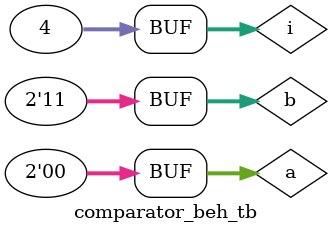
<source format=v>

module comparator_beh(
    input [1:0] a, b,
    output reg alb, aeb, agb
);

    always @ (a, b)
    begin
    alb = (~a[0] & ~a[1] & b[0]) | (~a[1] & b[1]) | (b[1] & b[0] & ~a[0]);
    agb = (a[0] & a[1] & ~b[0]) | (a[1] & ~b[1]) | (~b[1] & ~b[0] & a[0]);
    aeb = (~a[1] & ~a[0] & ~b[1] & ~b[0]) |
                 (~a[1] & a[0] & ~b[1] & b[0]) |
                 (a[1] & ~a[0] & b[1] & ~b[0]) |
                 (a[1] & a[0] & b[1] & b[0]);
    end
endmodule

module comparator_beh_tb;
    reg [1:0] a, b;
    wire alb, aeb, agb;
    integer i;
    comparator_beh tb(a, b, alb, aeb, agb);
    initial begin
        for (i=0; i<4; i=i+1) 
            begin
                a = i;
                b = i+1;
                #20;
            end 
        for (i=0; i<4; i=i+1) 
            begin
                a = i;
                b = i;
                #20;
            end
        for (i=0; i<4; i=i+1) 
            begin
                a = i+1;
                b = i;
                #20;
            end
    end
endmodule

</source>
